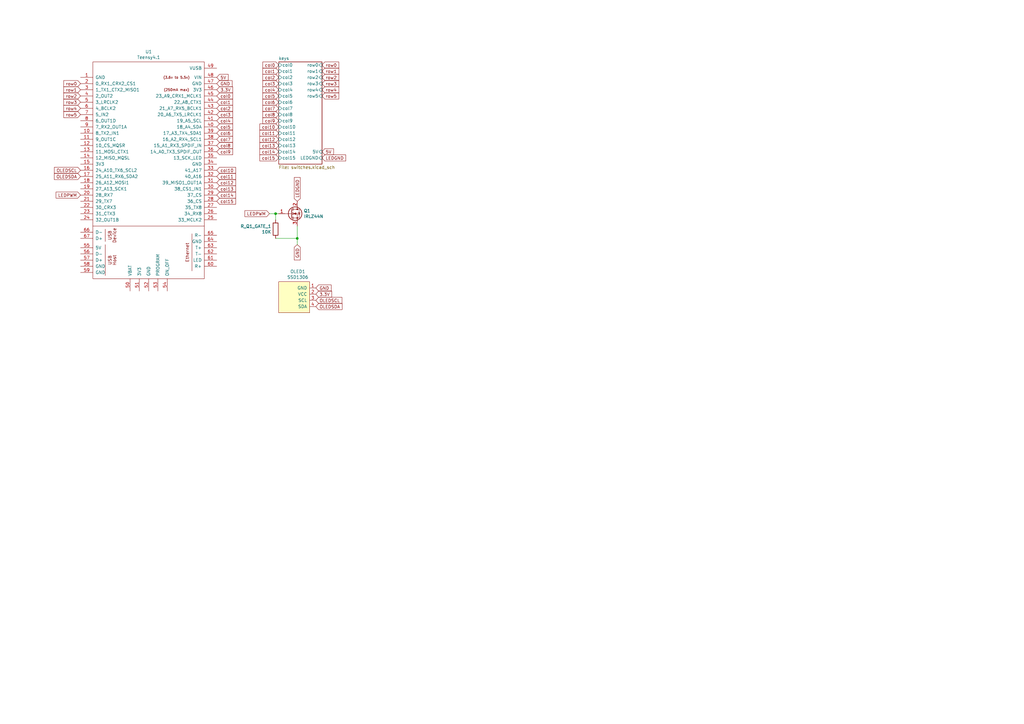
<source format=kicad_sch>
(kicad_sch (version 20230121) (generator eeschema)

  (uuid cbdcaa78-3bbc-413f-91bf-2709119373ce)

  (paper "A3")

  (lib_symbols
    (symbol "00Key-rescue:SSD1306-oled" (pin_names (offset 1.016)) (in_bom yes) (on_board yes)
      (property "Reference" "Brd" (at 0 -3.81 0)
        (effects (font (size 1.27 1.27)))
      )
      (property "Value" "SSD1306-oled" (at 0 -1.27 0)
        (effects (font (size 1.27 1.27)))
      )
      (property "Footprint" "" (at 0 6.35 0)
        (effects (font (size 1.27 1.27)) hide)
      )
      (property "Datasheet" "" (at 0 6.35 0)
        (effects (font (size 1.27 1.27)) hide)
      )
      (property "ki_fp_filters" "SSD1306-128x64_OLED:SSD1306" (at 0 0 0)
        (effects (font (size 1.27 1.27)) hide)
      )
      (symbol "SSD1306-oled_0_1"
        (rectangle (start -6.35 6.35) (end 6.35 -6.35)
          (stroke (width 0) (type default))
          (fill (type background))
        )
      )
      (symbol "SSD1306-oled_1_1"
        (pin input line (at -3.81 8.89 270) (length 2.54)
          (name "GND" (effects (font (size 1.27 1.27))))
          (number "1" (effects (font (size 1.27 1.27))))
        )
        (pin input line (at -1.27 8.89 270) (length 2.54)
          (name "VCC" (effects (font (size 1.27 1.27))))
          (number "2" (effects (font (size 1.27 1.27))))
        )
        (pin input line (at 1.27 8.89 270) (length 2.54)
          (name "SCL" (effects (font (size 1.27 1.27))))
          (number "3" (effects (font (size 1.27 1.27))))
        )
        (pin input line (at 3.81 8.89 270) (length 2.54)
          (name "SDA" (effects (font (size 1.27 1.27))))
          (number "4" (effects (font (size 1.27 1.27))))
        )
      )
    )
    (symbol "00Key-rescue:Teensy4.1-teensy" (pin_names (offset 1.016)) (in_bom yes) (on_board yes)
      (property "Reference" "U" (at 0 64.77 0)
        (effects (font (size 1.27 1.27)))
      )
      (property "Value" "Teensy4.1-teensy" (at 0 62.23 0)
        (effects (font (size 1.27 1.27)))
      )
      (property "Footprint" "" (at -10.16 10.16 0)
        (effects (font (size 1.27 1.27)) hide)
      )
      (property "Datasheet" "" (at -10.16 10.16 0)
        (effects (font (size 1.27 1.27)) hide)
      )
      (symbol "Teensy4.1-teensy_0_0"
        (polyline
          (pts
            (xy -22.86 -6.35)
            (xy 22.86 -6.35)
          )
          (stroke (width 0) (type default))
          (fill (type none))
        )
        (polyline
          (pts
            (xy -17.78 -26.67)
            (xy -17.78 -13.97)
          )
          (stroke (width 0) (type default))
          (fill (type none))
        )
        (polyline
          (pts
            (xy -17.78 -7.62)
            (xy -17.78 -12.7)
          )
          (stroke (width 0) (type default))
          (fill (type none))
        )
        (polyline
          (pts
            (xy 17.78 -9.525)
            (xy 17.78 -24.765)
          )
          (stroke (width 0) (type default))
          (fill (type none))
        )
        (text "(250mA max)" (at 11.43 49.53 0)
          (effects (font (size 1.016 1.016)))
        )
        (text "(3.6v to 5.5v)" (at 11.43 54.61 0)
          (effects (font (size 1.016 1.016)))
        )
        (text "Device" (at -13.97 -10.16 900)
          (effects (font (size 1.27 1.27)))
        )
        (text "Ethernet" (at 15.875 -17.145 900)
          (effects (font (size 1.27 1.27)))
        )
        (text "Host" (at -13.97 -20.32 900)
          (effects (font (size 1.27 1.27)))
        )
        (text "USB" (at -15.875 -20.32 900)
          (effects (font (size 1.27 1.27)))
        )
        (text "USB" (at -15.875 -10.16 900)
          (effects (font (size 1.27 1.27)))
        )
        (pin bidirectional line (at -27.94 31.75 0) (length 5.08)
          (name "8_TX2_IN1" (effects (font (size 1.27 1.27))))
          (number "10" (effects (font (size 1.27 1.27))))
        )
        (pin bidirectional line (at -27.94 29.21 0) (length 5.08)
          (name "9_OUT1C" (effects (font (size 1.27 1.27))))
          (number "11" (effects (font (size 1.27 1.27))))
        )
        (pin bidirectional line (at -27.94 26.67 0) (length 5.08)
          (name "10_CS_MQSR" (effects (font (size 1.27 1.27))))
          (number "12" (effects (font (size 1.27 1.27))))
        )
        (pin bidirectional line (at -27.94 24.13 0) (length 5.08)
          (name "11_MOSI_CTX1" (effects (font (size 1.27 1.27))))
          (number "13" (effects (font (size 1.27 1.27))))
        )
        (pin bidirectional line (at -27.94 21.59 0) (length 5.08)
          (name "12_MISO_MQSL" (effects (font (size 1.27 1.27))))
          (number "14" (effects (font (size 1.27 1.27))))
        )
        (pin power_in line (at -27.94 19.05 0) (length 5.08)
          (name "3V3" (effects (font (size 1.27 1.27))))
          (number "15" (effects (font (size 1.27 1.27))))
        )
        (pin bidirectional line (at -27.94 16.51 0) (length 5.08)
          (name "24_A10_TX6_SCL2" (effects (font (size 1.27 1.27))))
          (number "16" (effects (font (size 1.27 1.27))))
        )
        (pin bidirectional line (at -27.94 13.97 0) (length 5.08)
          (name "25_A11_RX6_SDA2" (effects (font (size 1.27 1.27))))
          (number "17" (effects (font (size 1.27 1.27))))
        )
        (pin bidirectional line (at -27.94 11.43 0) (length 5.08)
          (name "26_A12_MOSI1" (effects (font (size 1.27 1.27))))
          (number "18" (effects (font (size 1.27 1.27))))
        )
        (pin bidirectional line (at -27.94 8.89 0) (length 5.08)
          (name "27_A13_SCK1" (effects (font (size 1.27 1.27))))
          (number "19" (effects (font (size 1.27 1.27))))
        )
        (pin bidirectional line (at -27.94 6.35 0) (length 5.08)
          (name "28_RX7" (effects (font (size 1.27 1.27))))
          (number "20" (effects (font (size 1.27 1.27))))
        )
        (pin bidirectional line (at -27.94 3.81 0) (length 5.08)
          (name "29_TX7" (effects (font (size 1.27 1.27))))
          (number "21" (effects (font (size 1.27 1.27))))
        )
        (pin bidirectional line (at -27.94 1.27 0) (length 5.08)
          (name "30_CRX3" (effects (font (size 1.27 1.27))))
          (number "22" (effects (font (size 1.27 1.27))))
        )
        (pin bidirectional line (at -27.94 -1.27 0) (length 5.08)
          (name "31_CTX3" (effects (font (size 1.27 1.27))))
          (number "23" (effects (font (size 1.27 1.27))))
        )
        (pin bidirectional line (at -27.94 -3.81 0) (length 5.08)
          (name "32_OUT1B" (effects (font (size 1.27 1.27))))
          (number "24" (effects (font (size 1.27 1.27))))
        )
        (pin bidirectional line (at 27.94 -3.81 180) (length 5.08)
          (name "33_MCLK2" (effects (font (size 1.27 1.27))))
          (number "25" (effects (font (size 1.27 1.27))))
        )
        (pin bidirectional line (at 27.94 -1.27 180) (length 5.08)
          (name "34_RX8" (effects (font (size 1.27 1.27))))
          (number "26" (effects (font (size 1.27 1.27))))
        )
        (pin bidirectional line (at 27.94 1.27 180) (length 5.08)
          (name "35_TX8" (effects (font (size 1.27 1.27))))
          (number "27" (effects (font (size 1.27 1.27))))
        )
        (pin bidirectional line (at 27.94 3.81 180) (length 5.08)
          (name "36_CS" (effects (font (size 1.27 1.27))))
          (number "28" (effects (font (size 1.27 1.27))))
        )
        (pin bidirectional line (at 27.94 6.35 180) (length 5.08)
          (name "37_CS" (effects (font (size 1.27 1.27))))
          (number "29" (effects (font (size 1.27 1.27))))
        )
        (pin bidirectional line (at 27.94 8.89 180) (length 5.08)
          (name "38_CS1_IN1" (effects (font (size 1.27 1.27))))
          (number "30" (effects (font (size 1.27 1.27))))
        )
        (pin bidirectional line (at 27.94 11.43 180) (length 5.08)
          (name "39_MISO1_OUT1A" (effects (font (size 1.27 1.27))))
          (number "31" (effects (font (size 1.27 1.27))))
        )
        (pin bidirectional line (at 27.94 13.97 180) (length 5.08)
          (name "40_A16" (effects (font (size 1.27 1.27))))
          (number "32" (effects (font (size 1.27 1.27))))
        )
        (pin bidirectional line (at 27.94 16.51 180) (length 5.08)
          (name "41_A17" (effects (font (size 1.27 1.27))))
          (number "33" (effects (font (size 1.27 1.27))))
        )
        (pin bidirectional line (at 27.94 21.59 180) (length 5.08)
          (name "13_SCK_LED" (effects (font (size 1.27 1.27))))
          (number "35" (effects (font (size 1.27 1.27))))
        )
        (pin bidirectional line (at 27.94 24.13 180) (length 5.08)
          (name "14_A0_TX3_SPDIF_OUT" (effects (font (size 1.27 1.27))))
          (number "36" (effects (font (size 1.27 1.27))))
        )
        (pin bidirectional line (at 27.94 26.67 180) (length 5.08)
          (name "15_A1_RX3_SPDIF_IN" (effects (font (size 1.27 1.27))))
          (number "37" (effects (font (size 1.27 1.27))))
        )
        (pin bidirectional line (at 27.94 29.21 180) (length 5.08)
          (name "16_A2_RX4_SCL1" (effects (font (size 1.27 1.27))))
          (number "38" (effects (font (size 1.27 1.27))))
        )
        (pin bidirectional line (at 27.94 31.75 180) (length 5.08)
          (name "17_A3_TX4_SDA1" (effects (font (size 1.27 1.27))))
          (number "39" (effects (font (size 1.27 1.27))))
        )
        (pin bidirectional line (at 27.94 34.29 180) (length 5.08)
          (name "18_A4_SDA" (effects (font (size 1.27 1.27))))
          (number "40" (effects (font (size 1.27 1.27))))
        )
        (pin bidirectional line (at 27.94 36.83 180) (length 5.08)
          (name "19_A5_SCL" (effects (font (size 1.27 1.27))))
          (number "41" (effects (font (size 1.27 1.27))))
        )
        (pin bidirectional line (at 27.94 39.37 180) (length 5.08)
          (name "20_A6_TX5_LRCLK1" (effects (font (size 1.27 1.27))))
          (number "42" (effects (font (size 1.27 1.27))))
        )
        (pin bidirectional line (at 27.94 41.91 180) (length 5.08)
          (name "21_A7_RX5_BCLK1" (effects (font (size 1.27 1.27))))
          (number "43" (effects (font (size 1.27 1.27))))
        )
        (pin bidirectional line (at 27.94 44.45 180) (length 5.08)
          (name "22_A8_CTX1" (effects (font (size 1.27 1.27))))
          (number "44" (effects (font (size 1.27 1.27))))
        )
        (pin bidirectional line (at 27.94 46.99 180) (length 5.08)
          (name "23_A9_CRX1_MCLK1" (effects (font (size 1.27 1.27))))
          (number "45" (effects (font (size 1.27 1.27))))
        )
        (pin power_in line (at 27.94 49.53 180) (length 5.08)
          (name "3V3" (effects (font (size 1.27 1.27))))
          (number "46" (effects (font (size 1.27 1.27))))
        )
        (pin power_in line (at 27.94 52.07 180) (length 5.08)
          (name "GND" (effects (font (size 1.27 1.27))))
          (number "47" (effects (font (size 1.27 1.27))))
        )
        (pin power_in line (at 27.94 54.61 180) (length 5.08)
          (name "VIN" (effects (font (size 1.27 1.27))))
          (number "48" (effects (font (size 1.27 1.27))))
        )
        (pin power_out line (at 27.94 58.42 180) (length 5.08)
          (name "VUSB" (effects (font (size 1.27 1.27))))
          (number "49" (effects (font (size 1.27 1.27))))
        )
        (pin bidirectional line (at -27.94 44.45 0) (length 5.08)
          (name "3_LRCLK2" (effects (font (size 1.27 1.27))))
          (number "5" (effects (font (size 1.27 1.27))))
        )
        (pin power_in line (at -7.62 -33.02 90) (length 5.08)
          (name "VBAT" (effects (font (size 1.27 1.27))))
          (number "50" (effects (font (size 1.27 1.27))))
        )
        (pin power_in line (at -3.81 -33.02 90) (length 5.08)
          (name "3V3" (effects (font (size 1.27 1.27))))
          (number "51" (effects (font (size 1.27 1.27))))
        )
        (pin power_out line (at 0 -33.02 90) (length 5.08)
          (name "GND" (effects (font (size 1.27 1.27))))
          (number "52" (effects (font (size 1.27 1.27))))
        )
        (pin input line (at 3.81 -33.02 90) (length 5.08)
          (name "PROGRAM" (effects (font (size 1.27 1.27))))
          (number "53" (effects (font (size 1.27 1.27))))
        )
        (pin input line (at 7.62 -33.02 90) (length 5.08)
          (name "ON_OFF" (effects (font (size 1.27 1.27))))
          (number "54" (effects (font (size 1.27 1.27))))
        )
        (pin power_out line (at -27.94 -15.24 0) (length 5.08)
          (name "5V" (effects (font (size 1.27 1.27))))
          (number "55" (effects (font (size 1.27 1.27))))
        )
        (pin bidirectional line (at -27.94 -17.78 0) (length 5.08)
          (name "D-" (effects (font (size 1.27 1.27))))
          (number "56" (effects (font (size 1.27 1.27))))
        )
        (pin bidirectional line (at -27.94 -20.32 0) (length 5.08)
          (name "D+" (effects (font (size 1.27 1.27))))
          (number "57" (effects (font (size 1.27 1.27))))
        )
        (pin power_in line (at -27.94 -22.86 0) (length 5.08)
          (name "GND" (effects (font (size 1.27 1.27))))
          (number "58" (effects (font (size 1.27 1.27))))
        )
        (pin power_in line (at -27.94 -25.4 0) (length 5.08)
          (name "GND" (effects (font (size 1.27 1.27))))
          (number "59" (effects (font (size 1.27 1.27))))
        )
        (pin bidirectional line (at -27.94 41.91 0) (length 5.08)
          (name "4_BCLK2" (effects (font (size 1.27 1.27))))
          (number "6" (effects (font (size 1.27 1.27))))
        )
        (pin bidirectional line (at 27.94 -22.86 180) (length 5.08)
          (name "R+" (effects (font (size 1.27 1.27))))
          (number "60" (effects (font (size 1.27 1.27))))
        )
        (pin bidirectional line (at 27.94 -20.32 180) (length 5.08)
          (name "LED" (effects (font (size 1.27 1.27))))
          (number "61" (effects (font (size 1.27 1.27))))
        )
        (pin bidirectional line (at 27.94 -17.78 180) (length 5.08)
          (name "T-" (effects (font (size 1.27 1.27))))
          (number "62" (effects (font (size 1.27 1.27))))
        )
        (pin bidirectional line (at 27.94 -15.24 180) (length 5.08)
          (name "T+" (effects (font (size 1.27 1.27))))
          (number "63" (effects (font (size 1.27 1.27))))
        )
        (pin power_in line (at 27.94 -12.7 180) (length 5.08)
          (name "GND" (effects (font (size 1.27 1.27))))
          (number "64" (effects (font (size 1.27 1.27))))
        )
        (pin bidirectional line (at 27.94 -10.16 180) (length 5.08)
          (name "R-" (effects (font (size 1.27 1.27))))
          (number "65" (effects (font (size 1.27 1.27))))
        )
        (pin bidirectional line (at -27.94 -8.89 0) (length 5.08)
          (name "D-" (effects (font (size 1.27 1.27))))
          (number "66" (effects (font (size 1.27 1.27))))
        )
        (pin bidirectional line (at -27.94 -11.43 0) (length 5.08)
          (name "D+" (effects (font (size 1.27 1.27))))
          (number "67" (effects (font (size 1.27 1.27))))
        )
        (pin bidirectional line (at -27.94 39.37 0) (length 5.08)
          (name "5_IN2" (effects (font (size 1.27 1.27))))
          (number "7" (effects (font (size 1.27 1.27))))
        )
        (pin bidirectional line (at -27.94 36.83 0) (length 5.08)
          (name "6_OUT1D" (effects (font (size 1.27 1.27))))
          (number "8" (effects (font (size 1.27 1.27))))
        )
        (pin bidirectional line (at -27.94 34.29 0) (length 5.08)
          (name "7_RX2_OUT1A" (effects (font (size 1.27 1.27))))
          (number "9" (effects (font (size 1.27 1.27))))
        )
      )
      (symbol "Teensy4.1-teensy_0_1"
        (rectangle (start -22.86 60.96) (end 22.86 -27.94)
          (stroke (width 0) (type default))
          (fill (type none))
        )
        (rectangle (start -20.32 -1.27) (end -20.32 -1.27)
          (stroke (width 0) (type default))
          (fill (type none))
        )
      )
      (symbol "Teensy4.1-teensy_1_1"
        (pin power_in line (at -27.94 54.61 0) (length 5.08)
          (name "GND" (effects (font (size 1.27 1.27))))
          (number "1" (effects (font (size 1.27 1.27))))
        )
        (pin bidirectional line (at -27.94 52.07 0) (length 5.08)
          (name "0_RX1_CRX2_CS1" (effects (font (size 1.27 1.27))))
          (number "2" (effects (font (size 1.27 1.27))))
        )
        (pin bidirectional line (at -27.94 49.53 0) (length 5.08)
          (name "1_TX1_CTX2_MISO1" (effects (font (size 1.27 1.27))))
          (number "3" (effects (font (size 1.27 1.27))))
        )
        (pin power_in line (at 27.94 19.05 180) (length 5.08)
          (name "GND" (effects (font (size 1.27 1.27))))
          (number "34" (effects (font (size 1.27 1.27))))
        )
        (pin bidirectional line (at -27.94 46.99 0) (length 5.08)
          (name "2_OUT2" (effects (font (size 1.27 1.27))))
          (number "4" (effects (font (size 1.27 1.27))))
        )
      )
    )
    (symbol "Device:R" (pin_numbers hide) (pin_names (offset 0)) (in_bom yes) (on_board yes)
      (property "Reference" "R" (at 2.032 0 90)
        (effects (font (size 1.27 1.27)))
      )
      (property "Value" "R" (at 0 0 90)
        (effects (font (size 1.27 1.27)))
      )
      (property "Footprint" "" (at -1.778 0 90)
        (effects (font (size 1.27 1.27)) hide)
      )
      (property "Datasheet" "~" (at 0 0 0)
        (effects (font (size 1.27 1.27)) hide)
      )
      (property "ki_keywords" "R res resistor" (at 0 0 0)
        (effects (font (size 1.27 1.27)) hide)
      )
      (property "ki_description" "Resistor" (at 0 0 0)
        (effects (font (size 1.27 1.27)) hide)
      )
      (property "ki_fp_filters" "R_*" (at 0 0 0)
        (effects (font (size 1.27 1.27)) hide)
      )
      (symbol "R_0_1"
        (rectangle (start -1.016 -2.54) (end 1.016 2.54)
          (stroke (width 0.254) (type default))
          (fill (type none))
        )
      )
      (symbol "R_1_1"
        (pin passive line (at 0 3.81 270) (length 1.27)
          (name "~" (effects (font (size 1.27 1.27))))
          (number "1" (effects (font (size 1.27 1.27))))
        )
        (pin passive line (at 0 -3.81 90) (length 1.27)
          (name "~" (effects (font (size 1.27 1.27))))
          (number "2" (effects (font (size 1.27 1.27))))
        )
      )
    )
    (symbol "Transistor_FET:IRLZ44N" (pin_names hide) (in_bom yes) (on_board yes)
      (property "Reference" "Q" (at 6.35 1.905 0)
        (effects (font (size 1.27 1.27)) (justify left))
      )
      (property "Value" "IRLZ44N" (at 6.35 0 0)
        (effects (font (size 1.27 1.27)) (justify left))
      )
      (property "Footprint" "Package_TO_SOT_THT:TO-220-3_Vertical" (at 6.35 -1.905 0)
        (effects (font (size 1.27 1.27) italic) (justify left) hide)
      )
      (property "Datasheet" "http://www.irf.com/product-info/datasheets/data/irlz44n.pdf" (at 0 0 0)
        (effects (font (size 1.27 1.27)) (justify left) hide)
      )
      (property "ki_keywords" "N-Channel HEXFET MOSFET Logic-Level" (at 0 0 0)
        (effects (font (size 1.27 1.27)) hide)
      )
      (property "ki_description" "47A Id, 55V Vds, 22mOhm Rds Single N-Channel HEXFET Power MOSFET, TO-220AB" (at 0 0 0)
        (effects (font (size 1.27 1.27)) hide)
      )
      (property "ki_fp_filters" "TO?220*" (at 0 0 0)
        (effects (font (size 1.27 1.27)) hide)
      )
      (symbol "IRLZ44N_0_1"
        (polyline
          (pts
            (xy 0.254 0)
            (xy -2.54 0)
          )
          (stroke (width 0) (type default))
          (fill (type none))
        )
        (polyline
          (pts
            (xy 0.254 1.905)
            (xy 0.254 -1.905)
          )
          (stroke (width 0.254) (type default))
          (fill (type none))
        )
        (polyline
          (pts
            (xy 0.762 -1.27)
            (xy 0.762 -2.286)
          )
          (stroke (width 0.254) (type default))
          (fill (type none))
        )
        (polyline
          (pts
            (xy 0.762 0.508)
            (xy 0.762 -0.508)
          )
          (stroke (width 0.254) (type default))
          (fill (type none))
        )
        (polyline
          (pts
            (xy 0.762 2.286)
            (xy 0.762 1.27)
          )
          (stroke (width 0.254) (type default))
          (fill (type none))
        )
        (polyline
          (pts
            (xy 2.54 2.54)
            (xy 2.54 1.778)
          )
          (stroke (width 0) (type default))
          (fill (type none))
        )
        (polyline
          (pts
            (xy 2.54 -2.54)
            (xy 2.54 0)
            (xy 0.762 0)
          )
          (stroke (width 0) (type default))
          (fill (type none))
        )
        (polyline
          (pts
            (xy 0.762 -1.778)
            (xy 3.302 -1.778)
            (xy 3.302 1.778)
            (xy 0.762 1.778)
          )
          (stroke (width 0) (type default))
          (fill (type none))
        )
        (polyline
          (pts
            (xy 1.016 0)
            (xy 2.032 0.381)
            (xy 2.032 -0.381)
            (xy 1.016 0)
          )
          (stroke (width 0) (type default))
          (fill (type outline))
        )
        (polyline
          (pts
            (xy 2.794 0.508)
            (xy 2.921 0.381)
            (xy 3.683 0.381)
            (xy 3.81 0.254)
          )
          (stroke (width 0) (type default))
          (fill (type none))
        )
        (polyline
          (pts
            (xy 3.302 0.381)
            (xy 2.921 -0.254)
            (xy 3.683 -0.254)
            (xy 3.302 0.381)
          )
          (stroke (width 0) (type default))
          (fill (type none))
        )
        (circle (center 1.651 0) (radius 2.794)
          (stroke (width 0.254) (type default))
          (fill (type none))
        )
        (circle (center 2.54 -1.778) (radius 0.254)
          (stroke (width 0) (type default))
          (fill (type outline))
        )
        (circle (center 2.54 1.778) (radius 0.254)
          (stroke (width 0) (type default))
          (fill (type outline))
        )
      )
      (symbol "IRLZ44N_1_1"
        (pin input line (at -5.08 0 0) (length 2.54)
          (name "G" (effects (font (size 1.27 1.27))))
          (number "1" (effects (font (size 1.27 1.27))))
        )
        (pin passive line (at 2.54 5.08 270) (length 2.54)
          (name "D" (effects (font (size 1.27 1.27))))
          (number "2" (effects (font (size 1.27 1.27))))
        )
        (pin passive line (at 2.54 -5.08 90) (length 2.54)
          (name "S" (effects (font (size 1.27 1.27))))
          (number "3" (effects (font (size 1.27 1.27))))
        )
      )
    )
  )

  (junction (at 121.92 97.79) (diameter 0) (color 0 0 0 0)
    (uuid 182b2d54-931d-49d6-9f39-60a752623e36)
  )
  (junction (at 113.03 87.63) (diameter 0) (color 0 0 0 0)
    (uuid e6b860cc-cb76-4220-acfb-68f1eb348bfa)
  )

  (wire (pts (xy 121.92 97.79) (xy 121.92 100.33))
    (stroke (width 0) (type default))
    (uuid 5114c7bf-b955-49f3-a0a8-4b954c81bde0)
  )
  (wire (pts (xy 110.49 87.63) (xy 113.03 87.63))
    (stroke (width 0) (type default))
    (uuid 6595b9c7-02ee-4647-bde5-6b566e35163e)
  )
  (wire (pts (xy 113.03 87.63) (xy 113.03 90.17))
    (stroke (width 0) (type default))
    (uuid 789ca812-3e0c-4a3f-97bc-a916dd9bce80)
  )
  (wire (pts (xy 121.92 92.71) (xy 121.92 97.79))
    (stroke (width 0) (type default))
    (uuid a17904b9-135e-4dae-ae20-401c7787de72)
  )
  (wire (pts (xy 113.03 87.63) (xy 114.3 87.63))
    (stroke (width 0) (type default))
    (uuid cdfb07af-801b-44ba-8c30-d021a6ad3039)
  )
  (wire (pts (xy 113.03 97.79) (xy 121.92 97.79))
    (stroke (width 0) (type default))
    (uuid f202141e-c20d-4cac-b016-06a44f2ecce8)
  )

  (global_label "col6" (shape input) (at 114.3 41.91 180) (fields_autoplaced)
    (effects (font (size 1.27 1.27)) (justify right))
    (uuid 003c2200-0632-4808-a662-8ddd5d30c768)
    (property "Intersheetrefs" "${INTERSHEET_REFS}" (at 107.9361 41.91 0)
      (effects (font (size 1.27 1.27)) (justify right) hide)
    )
  )
  (global_label "LEDGND" (shape input) (at 132.08 64.77 0) (fields_autoplaced)
    (effects (font (size 1.27 1.27)) (justify left))
    (uuid 01e9b6e7-adf9-4ee7-9447-a588630ee4a2)
    (property "Intersheetrefs" "${INTERSHEET_REFS}" (at 141.6492 64.77 0)
      (effects (font (size 1.27 1.27)) (justify left) hide)
    )
  )
  (global_label "col11" (shape input) (at 88.9 72.39 0) (fields_autoplaced)
    (effects (font (size 1.27 1.27)) (justify left))
    (uuid 03c52831-5dc5-43c5-a442-8d23643b46fb)
    (property "Intersheetrefs" "${INTERSHEET_REFS}" (at 96.4734 72.39 0)
      (effects (font (size 1.27 1.27)) (justify left) hide)
    )
  )
  (global_label "OLEDSCL" (shape input) (at 129.54 123.19 0) (fields_autoplaced)
    (effects (font (size 1.27 1.27)) (justify left))
    (uuid 0c3dceba-7c95-4b3d-b590-0eb581444beb)
    (property "Intersheetrefs" "${INTERSHEET_REFS}" (at 140.0768 123.19 0)
      (effects (font (size 1.27 1.27)) (justify left) hide)
    )
  )
  (global_label "OLEDSCL" (shape input) (at 33.02 69.85 180) (fields_autoplaced)
    (effects (font (size 1.27 1.27)) (justify right))
    (uuid 0f54db53-a272-4955-88fb-d7ab00657bb0)
    (property "Intersheetrefs" "${INTERSHEET_REFS}" (at 22.4832 69.85 0)
      (effects (font (size 1.27 1.27)) (justify right) hide)
    )
  )
  (global_label "col6" (shape input) (at 88.9 54.61 0) (fields_autoplaced)
    (effects (font (size 1.27 1.27)) (justify left))
    (uuid 181abe7a-f941-42b6-bd46-aaa3131f90fb)
    (property "Intersheetrefs" "${INTERSHEET_REFS}" (at 95.2639 54.61 0)
      (effects (font (size 1.27 1.27)) (justify left) hide)
    )
  )
  (global_label "col8" (shape input) (at 88.9 59.69 0) (fields_autoplaced)
    (effects (font (size 1.27 1.27)) (justify left))
    (uuid 1831fb37-1c5d-42c4-b898-151be6fca9dc)
    (property "Intersheetrefs" "${INTERSHEET_REFS}" (at 95.2639 59.69 0)
      (effects (font (size 1.27 1.27)) (justify left) hide)
    )
  )
  (global_label "row2" (shape input) (at 33.02 39.37 180) (fields_autoplaced)
    (effects (font (size 1.27 1.27)) (justify right))
    (uuid 1a1ab354-5f85-45f9-938c-9f6c4c8c3ea2)
    (property "Intersheetrefs" "${INTERSHEET_REFS}" (at 26.2932 39.37 0)
      (effects (font (size 1.27 1.27)) (justify right) hide)
    )
  )
  (global_label "col13" (shape input) (at 114.3 59.69 180) (fields_autoplaced)
    (effects (font (size 1.27 1.27)) (justify right))
    (uuid 1d9cdadc-9036-4a95-b6db-fa7b3b74c869)
    (property "Intersheetrefs" "${INTERSHEET_REFS}" (at 106.7266 59.69 0)
      (effects (font (size 1.27 1.27)) (justify right) hide)
    )
  )
  (global_label "col14" (shape input) (at 114.3 62.23 180) (fields_autoplaced)
    (effects (font (size 1.27 1.27)) (justify right))
    (uuid 24f7628d-681d-4f0e-8409-40a129e929d9)
    (property "Intersheetrefs" "${INTERSHEET_REFS}" (at 106.7266 62.23 0)
      (effects (font (size 1.27 1.27)) (justify right) hide)
    )
  )
  (global_label "LEDPWM" (shape input) (at 110.49 87.63 180) (fields_autoplaced)
    (effects (font (size 1.27 1.27)) (justify right))
    (uuid 25d545dc-8f50-4573-922c-35ef5a2a3a19)
    (property "Intersheetrefs" "${INTERSHEET_REFS}" (at 100.6185 87.63 0)
      (effects (font (size 1.27 1.27)) (justify right) hide)
    )
  )
  (global_label "col12" (shape input) (at 88.9 74.93 0) (fields_autoplaced)
    (effects (font (size 1.27 1.27)) (justify left))
    (uuid 29e78086-2175-405e-9ba3-c48766d2f50c)
    (property "Intersheetrefs" "${INTERSHEET_REFS}" (at 96.4734 74.93 0)
      (effects (font (size 1.27 1.27)) (justify left) hide)
    )
  )
  (global_label "col10" (shape input) (at 114.3 52.07 180) (fields_autoplaced)
    (effects (font (size 1.27 1.27)) (justify right))
    (uuid 2f215f15-3d52-4c91-93e6-3ea03a95622f)
    (property "Intersheetrefs" "${INTERSHEET_REFS}" (at 106.7266 52.07 0)
      (effects (font (size 1.27 1.27)) (justify right) hide)
    )
  )
  (global_label "row4" (shape input) (at 33.02 44.45 180) (fields_autoplaced)
    (effects (font (size 1.27 1.27)) (justify right))
    (uuid 3aaee4c4-dbf7-49a5-a620-9465d8cc3ae7)
    (property "Intersheetrefs" "${INTERSHEET_REFS}" (at 26.2932 44.45 0)
      (effects (font (size 1.27 1.27)) (justify right) hide)
    )
  )
  (global_label "col10" (shape input) (at 88.9 69.85 0) (fields_autoplaced)
    (effects (font (size 1.27 1.27)) (justify left))
    (uuid 3cd1bda0-18db-417d-b581-a0c50623df68)
    (property "Intersheetrefs" "${INTERSHEET_REFS}" (at 96.4734 69.85 0)
      (effects (font (size 1.27 1.27)) (justify left) hide)
    )
  )
  (global_label "col3" (shape input) (at 88.9 46.99 0) (fields_autoplaced)
    (effects (font (size 1.27 1.27)) (justify left))
    (uuid 48ab88d7-7084-4d02-b109-3ad55a30bb11)
    (property "Intersheetrefs" "${INTERSHEET_REFS}" (at 95.2639 46.99 0)
      (effects (font (size 1.27 1.27)) (justify left) hide)
    )
  )
  (global_label "col4" (shape input) (at 114.3 36.83 180) (fields_autoplaced)
    (effects (font (size 1.27 1.27)) (justify right))
    (uuid 4a4ec8d9-3d72-4952-83d4-808f65849a2b)
    (property "Intersheetrefs" "${INTERSHEET_REFS}" (at 107.9361 36.83 0)
      (effects (font (size 1.27 1.27)) (justify right) hide)
    )
  )
  (global_label "col13" (shape input) (at 88.9 77.47 0) (fields_autoplaced)
    (effects (font (size 1.27 1.27)) (justify left))
    (uuid 4c8eb964-bdf4-44de-90e9-e2ab82dd5313)
    (property "Intersheetrefs" "${INTERSHEET_REFS}" (at 96.4734 77.47 0)
      (effects (font (size 1.27 1.27)) (justify left) hide)
    )
  )
  (global_label "col0" (shape input) (at 88.9 39.37 0) (fields_autoplaced)
    (effects (font (size 1.27 1.27)) (justify left))
    (uuid 5fc27c35-3e1c-4f96-817c-93b5570858a6)
    (property "Intersheetrefs" "${INTERSHEET_REFS}" (at 95.2639 39.37 0)
      (effects (font (size 1.27 1.27)) (justify left) hide)
    )
  )
  (global_label "3.3V" (shape input) (at 88.9 36.83 0) (fields_autoplaced)
    (effects (font (size 1.27 1.27)) (justify left))
    (uuid 639c0e59-e95c-4114-bccd-2e7277505454)
    (property "Intersheetrefs" "${INTERSHEET_REFS}" (at 95.264 36.83 0)
      (effects (font (size 1.27 1.27)) (justify left) hide)
    )
  )
  (global_label "LEDPWM" (shape input) (at 33.02 80.01 180) (fields_autoplaced)
    (effects (font (size 1.27 1.27)) (justify right))
    (uuid 6441b183-b8f2-458f-a23d-60e2b1f66dd6)
    (property "Intersheetrefs" "${INTERSHEET_REFS}" (at 23.1485 80.01 0)
      (effects (font (size 1.27 1.27)) (justify right) hide)
    )
  )
  (global_label "col1" (shape input) (at 114.3 29.21 180) (fields_autoplaced)
    (effects (font (size 1.27 1.27)) (justify right))
    (uuid 66043bca-a260-4915-9fce-8a51d324c687)
    (property "Intersheetrefs" "${INTERSHEET_REFS}" (at 107.9361 29.21 0)
      (effects (font (size 1.27 1.27)) (justify right) hide)
    )
  )
  (global_label "row0" (shape input) (at 33.02 34.29 180) (fields_autoplaced)
    (effects (font (size 1.27 1.27)) (justify right))
    (uuid 666713b0-70f4-42df-8761-f65bc212d03b)
    (property "Intersheetrefs" "${INTERSHEET_REFS}" (at 26.2932 34.29 0)
      (effects (font (size 1.27 1.27)) (justify right) hide)
    )
  )
  (global_label "col1" (shape input) (at 88.9 41.91 0) (fields_autoplaced)
    (effects (font (size 1.27 1.27)) (justify left))
    (uuid 6a45789b-3855-401f-8139-3c734f7f52f9)
    (property "Intersheetrefs" "${INTERSHEET_REFS}" (at 95.2639 41.91 0)
      (effects (font (size 1.27 1.27)) (justify left) hide)
    )
  )
  (global_label "col5" (shape input) (at 88.9 52.07 0) (fields_autoplaced)
    (effects (font (size 1.27 1.27)) (justify left))
    (uuid 704d6d51-bb34-4cbf-83d8-841e208048d8)
    (property "Intersheetrefs" "${INTERSHEET_REFS}" (at 95.2639 52.07 0)
      (effects (font (size 1.27 1.27)) (justify left) hide)
    )
  )
  (global_label "col2" (shape input) (at 88.9 44.45 0) (fields_autoplaced)
    (effects (font (size 1.27 1.27)) (justify left))
    (uuid 716e31c5-485f-40b5-88e3-a75900da9811)
    (property "Intersheetrefs" "${INTERSHEET_REFS}" (at 95.2639 44.45 0)
      (effects (font (size 1.27 1.27)) (justify left) hide)
    )
  )
  (global_label "3.3V" (shape input) (at 129.54 120.65 0) (fields_autoplaced)
    (effects (font (size 1.27 1.27)) (justify left))
    (uuid 730b670c-9bcf-4dcd-9a8d-fcaa61fb0955)
    (property "Intersheetrefs" "${INTERSHEET_REFS}" (at 135.904 120.65 0)
      (effects (font (size 1.27 1.27)) (justify left) hide)
    )
  )
  (global_label "col15" (shape input) (at 114.3 64.77 180) (fields_autoplaced)
    (effects (font (size 1.27 1.27)) (justify right))
    (uuid 75ffc65c-7132-4411-9f2a-ae0c73d79338)
    (property "Intersheetrefs" "${INTERSHEET_REFS}" (at 106.7266 64.77 0)
      (effects (font (size 1.27 1.27)) (justify right) hide)
    )
  )
  (global_label "col2" (shape input) (at 114.3 31.75 180) (fields_autoplaced)
    (effects (font (size 1.27 1.27)) (justify right))
    (uuid 7bbf981c-a063-4e30-8911-e4228e1c0743)
    (property "Intersheetrefs" "${INTERSHEET_REFS}" (at 107.9361 31.75 0)
      (effects (font (size 1.27 1.27)) (justify right) hide)
    )
  )
  (global_label "row2" (shape input) (at 132.08 31.75 0) (fields_autoplaced)
    (effects (font (size 1.27 1.27)) (justify left))
    (uuid 7d34f6b1-ab31-49be-b011-c67fe67a8a56)
    (property "Intersheetrefs" "${INTERSHEET_REFS}" (at 138.8068 31.75 0)
      (effects (font (size 1.27 1.27)) (justify left) hide)
    )
  )
  (global_label "GND" (shape input) (at 129.54 118.11 0) (fields_autoplaced)
    (effects (font (size 1.27 1.27)) (justify left))
    (uuid 7d928d56-093a-4ca8-aed1-414b7e703b45)
    (property "Intersheetrefs" "${INTERSHEET_REFS}" (at 135.6621 118.11 0)
      (effects (font (size 1.27 1.27)) (justify left) hide)
    )
  )
  (global_label "row4" (shape input) (at 132.08 36.83 0) (fields_autoplaced)
    (effects (font (size 1.27 1.27)) (justify left))
    (uuid 7e023245-2c2b-4e2b-bfb9-5d35176e88f2)
    (property "Intersheetrefs" "${INTERSHEET_REFS}" (at 138.8068 36.83 0)
      (effects (font (size 1.27 1.27)) (justify left) hide)
    )
  )
  (global_label "col3" (shape input) (at 114.3 34.29 180) (fields_autoplaced)
    (effects (font (size 1.27 1.27)) (justify right))
    (uuid 7edc9030-db7b-43ac-a1b3-b87eeacb4c2d)
    (property "Intersheetrefs" "${INTERSHEET_REFS}" (at 107.9361 34.29 0)
      (effects (font (size 1.27 1.27)) (justify right) hide)
    )
  )
  (global_label "GND" (shape input) (at 121.92 100.33 270) (fields_autoplaced)
    (effects (font (size 1.27 1.27)) (justify right))
    (uuid 8c514922-ffe1-4e37-a260-e807409f2e0d)
    (property "Intersheetrefs" "${INTERSHEET_REFS}" (at 121.92 106.4521 90)
      (effects (font (size 1.27 1.27)) (justify right) hide)
    )
  )
  (global_label "row0" (shape input) (at 132.08 26.67 0) (fields_autoplaced)
    (effects (font (size 1.27 1.27)) (justify left))
    (uuid 8c6a821f-8e19-48f3-8f44-9b340f7689bc)
    (property "Intersheetrefs" "${INTERSHEET_REFS}" (at 138.8068 26.67 0)
      (effects (font (size 1.27 1.27)) (justify left) hide)
    )
  )
  (global_label "row3" (shape input) (at 132.08 34.29 0) (fields_autoplaced)
    (effects (font (size 1.27 1.27)) (justify left))
    (uuid 8e06ba1f-e3ba-4eb9-a10e-887dffd566d6)
    (property "Intersheetrefs" "${INTERSHEET_REFS}" (at 138.8068 34.29 0)
      (effects (font (size 1.27 1.27)) (justify left) hide)
    )
  )
  (global_label "row1" (shape input) (at 33.02 36.83 180) (fields_autoplaced)
    (effects (font (size 1.27 1.27)) (justify right))
    (uuid 9157f4ae-0244-4ff1-9f73-3cb4cbb5f280)
    (property "Intersheetrefs" "${INTERSHEET_REFS}" (at 26.2932 36.83 0)
      (effects (font (size 1.27 1.27)) (justify right) hide)
    )
  )
  (global_label "row5" (shape input) (at 33.02 46.99 180) (fields_autoplaced)
    (effects (font (size 1.27 1.27)) (justify right))
    (uuid 97fe9c60-586f-4895-8504-4d3729f5f81a)
    (property "Intersheetrefs" "${INTERSHEET_REFS}" (at 26.2932 46.99 0)
      (effects (font (size 1.27 1.27)) (justify right) hide)
    )
  )
  (global_label "col7" (shape input) (at 114.3 44.45 180) (fields_autoplaced)
    (effects (font (size 1.27 1.27)) (justify right))
    (uuid 9b0a1687-7e1b-4a04-a30b-c27a072a2949)
    (property "Intersheetrefs" "${INTERSHEET_REFS}" (at 107.9361 44.45 0)
      (effects (font (size 1.27 1.27)) (justify right) hide)
    )
  )
  (global_label "col14" (shape input) (at 88.9 80.01 0) (fields_autoplaced)
    (effects (font (size 1.27 1.27)) (justify left))
    (uuid 9bb20359-0f8b-45bc-9d38-6626ed3a939d)
    (property "Intersheetrefs" "${INTERSHEET_REFS}" (at 96.4734 80.01 0)
      (effects (font (size 1.27 1.27)) (justify left) hide)
    )
  )
  (global_label "col8" (shape input) (at 114.3 46.99 180) (fields_autoplaced)
    (effects (font (size 1.27 1.27)) (justify right))
    (uuid 9e1b837f-0d34-4a18-9644-9ee68f141f46)
    (property "Intersheetrefs" "${INTERSHEET_REFS}" (at 107.9361 46.99 0)
      (effects (font (size 1.27 1.27)) (justify right) hide)
    )
  )
  (global_label "5V" (shape input) (at 88.9 31.75 0) (fields_autoplaced)
    (effects (font (size 1.27 1.27)) (justify left))
    (uuid a15a7506-eae4-4933-84da-9ad754258706)
    (property "Intersheetrefs" "${INTERSHEET_REFS}" (at 93.4497 31.75 0)
      (effects (font (size 1.27 1.27)) (justify left) hide)
    )
  )
  (global_label "row1" (shape input) (at 132.08 29.21 0) (fields_autoplaced)
    (effects (font (size 1.27 1.27)) (justify left))
    (uuid a544eb0a-75db-4baf-bf54-9ca21744343b)
    (property "Intersheetrefs" "${INTERSHEET_REFS}" (at 138.8068 29.21 0)
      (effects (font (size 1.27 1.27)) (justify left) hide)
    )
  )
  (global_label "5V" (shape input) (at 132.08 62.23 0) (fields_autoplaced)
    (effects (font (size 1.27 1.27)) (justify left))
    (uuid a5cd8da1-8f7f-4f80-bb23-0317de562222)
    (property "Intersheetrefs" "${INTERSHEET_REFS}" (at 136.6297 62.23 0)
      (effects (font (size 1.27 1.27)) (justify left) hide)
    )
  )
  (global_label "OLEDSDA" (shape input) (at 129.54 125.73 0) (fields_autoplaced)
    (effects (font (size 1.27 1.27)) (justify left))
    (uuid b1c649b1-f44d-46c7-9dea-818e75a1b87e)
    (property "Intersheetrefs" "${INTERSHEET_REFS}" (at 140.1373 125.73 0)
      (effects (font (size 1.27 1.27)) (justify left) hide)
    )
  )
  (global_label "col0" (shape input) (at 114.3 26.67 180) (fields_autoplaced)
    (effects (font (size 1.27 1.27)) (justify right))
    (uuid b5352a33-563a-4ffe-a231-2e68fb54afa3)
    (property "Intersheetrefs" "${INTERSHEET_REFS}" (at 107.9361 26.67 0)
      (effects (font (size 1.27 1.27)) (justify right) hide)
    )
  )
  (global_label "col9" (shape input) (at 114.3 49.53 180) (fields_autoplaced)
    (effects (font (size 1.27 1.27)) (justify right))
    (uuid b88717bd-086f-46cd-9d3f-0396009d0996)
    (property "Intersheetrefs" "${INTERSHEET_REFS}" (at 107.9361 49.53 0)
      (effects (font (size 1.27 1.27)) (justify right) hide)
    )
  )
  (global_label "col11" (shape input) (at 114.3 54.61 180) (fields_autoplaced)
    (effects (font (size 1.27 1.27)) (justify right))
    (uuid bd5408e4-362d-4e43-9d39-78fb99eb52c8)
    (property "Intersheetrefs" "${INTERSHEET_REFS}" (at 106.7266 54.61 0)
      (effects (font (size 1.27 1.27)) (justify right) hide)
    )
  )
  (global_label "row3" (shape input) (at 33.02 41.91 180) (fields_autoplaced)
    (effects (font (size 1.27 1.27)) (justify right))
    (uuid c0515cd2-cdaa-467e-8354-0f6eadfa35c9)
    (property "Intersheetrefs" "${INTERSHEET_REFS}" (at 26.2932 41.91 0)
      (effects (font (size 1.27 1.27)) (justify right) hide)
    )
  )
  (global_label "col12" (shape input) (at 114.3 57.15 180) (fields_autoplaced)
    (effects (font (size 1.27 1.27)) (justify right))
    (uuid c0eca5ed-bc5e-4618-9bcd-80945bea41ed)
    (property "Intersheetrefs" "${INTERSHEET_REFS}" (at 106.7266 57.15 0)
      (effects (font (size 1.27 1.27)) (justify right) hide)
    )
  )
  (global_label "col7" (shape input) (at 88.9 57.15 0) (fields_autoplaced)
    (effects (font (size 1.27 1.27)) (justify left))
    (uuid c41b3c8b-634e-435a-b582-96b83bbd4032)
    (property "Intersheetrefs" "${INTERSHEET_REFS}" (at 95.2639 57.15 0)
      (effects (font (size 1.27 1.27)) (justify left) hide)
    )
  )
  (global_label "OLEDSDA" (shape input) (at 33.02 72.39 180) (fields_autoplaced)
    (effects (font (size 1.27 1.27)) (justify right))
    (uuid d4a1d3c4-b315-4bec-9220-d12a9eab51e0)
    (property "Intersheetrefs" "${INTERSHEET_REFS}" (at 22.4227 72.39 0)
      (effects (font (size 1.27 1.27)) (justify right) hide)
    )
  )
  (global_label "GND" (shape input) (at 88.9 34.29 0) (fields_autoplaced)
    (effects (font (size 1.27 1.27)) (justify left))
    (uuid d5641ac9-9be7-46bf-90b3-6c83d852b5ba)
    (property "Intersheetrefs" "${INTERSHEET_REFS}" (at 95.0221 34.29 0)
      (effects (font (size 1.27 1.27)) (justify left) hide)
    )
  )
  (global_label "row5" (shape input) (at 132.08 39.37 0) (fields_autoplaced)
    (effects (font (size 1.27 1.27)) (justify left))
    (uuid df68c26a-03b5-4466-aecf-ba34b7dce6b7)
    (property "Intersheetrefs" "${INTERSHEET_REFS}" (at 138.8068 39.37 0)
      (effects (font (size 1.27 1.27)) (justify left) hide)
    )
  )
  (global_label "LEDGND" (shape input) (at 121.92 82.55 90) (fields_autoplaced)
    (effects (font (size 1.27 1.27)) (justify left))
    (uuid e21aa84b-970e-47cf-b64f-3b55ee0e1b51)
    (property "Intersheetrefs" "${INTERSHEET_REFS}" (at 121.92 72.9808 90)
      (effects (font (size 1.27 1.27)) (justify left) hide)
    )
  )
  (global_label "col15" (shape input) (at 88.9 82.55 0) (fields_autoplaced)
    (effects (font (size 1.27 1.27)) (justify left))
    (uuid e857610b-4434-4144-b04e-43c1ebdc5ceb)
    (property "Intersheetrefs" "${INTERSHEET_REFS}" (at 96.4734 82.55 0)
      (effects (font (size 1.27 1.27)) (justify left) hide)
    )
  )
  (global_label "col5" (shape input) (at 114.3 39.37 180) (fields_autoplaced)
    (effects (font (size 1.27 1.27)) (justify right))
    (uuid f2c93195-af12-4d3e-acdf-bdd0ff675c24)
    (property "Intersheetrefs" "${INTERSHEET_REFS}" (at 107.9361 39.37 0)
      (effects (font (size 1.27 1.27)) (justify right) hide)
    )
  )
  (global_label "col4" (shape input) (at 88.9 49.53 0) (fields_autoplaced)
    (effects (font (size 1.27 1.27)) (justify left))
    (uuid fd470e95-4861-44fe-b1e4-6d8a7c66e144)
    (property "Intersheetrefs" "${INTERSHEET_REFS}" (at 95.2639 49.53 0)
      (effects (font (size 1.27 1.27)) (justify left) hide)
    )
  )
  (global_label "col9" (shape input) (at 88.9 62.23 0) (fields_autoplaced)
    (effects (font (size 1.27 1.27)) (justify left))
    (uuid fe8d9267-7834-48d6-a191-c8724b2ee78d)
    (property "Intersheetrefs" "${INTERSHEET_REFS}" (at 95.2639 62.23 0)
      (effects (font (size 1.27 1.27)) (justify left) hide)
    )
  )

  (symbol (lib_id "00Key-rescue:Teensy4.1-teensy") (at 60.96 86.36 0) (unit 1)
    (in_bom yes) (on_board yes) (dnp no)
    (uuid 00000000-0000-0000-0000-00005f67ff94)
    (property "Reference" "U1" (at 60.96 21.209 0)
      (effects (font (size 1.27 1.27)))
    )
    (property "Value" "Teensy4.1" (at 60.96 23.5204 0)
      (effects (font (size 1.27 1.27)))
    )
    (property "Footprint" "teensy:Teensy41" (at 50.8 76.2 0)
      (effects (font (size 1.27 1.27)) hide)
    )
    (property "Datasheet" "" (at 50.8 76.2 0)
      (effects (font (size 1.27 1.27)) hide)
    )
    (pin "10" (uuid 66d2f3cc-8a8f-4195-a375-78e0778f2b1b))
    (pin "11" (uuid 3a983f51-42e8-405a-9e04-43b2dcabad73))
    (pin "12" (uuid 44467fec-706c-4fae-80bc-b9e34c67559e))
    (pin "13" (uuid 2c916499-8cce-48dd-94dc-f41dd27b49d6))
    (pin "14" (uuid 4e2f6e23-2ee0-4c61-b164-6c5961ea7d03))
    (pin "15" (uuid 9dd8aa12-3040-4caf-ac96-9f7ee1d73f5e))
    (pin "16" (uuid 72cdcd10-3b74-4242-a10c-b6b9b5cb4930))
    (pin "17" (uuid 23133abe-63f6-4718-9f66-696cfc78619f))
    (pin "18" (uuid 8d936772-f6fa-4d42-bb01-ee988a455edf))
    (pin "19" (uuid e0aabe4a-ed50-419d-9781-f8a9ebaa7d82))
    (pin "20" (uuid de3e121c-5d41-414b-b665-b01bc8d83612))
    (pin "21" (uuid a805c33d-173c-4506-90bc-b15e3390a20e))
    (pin "22" (uuid 14a7a41a-7b62-4b9d-8496-102da86f2afa))
    (pin "23" (uuid 453b7840-0a1d-4026-a499-2de4f6bc68d3))
    (pin "24" (uuid 2ddaddbc-2768-42a5-93a8-2e7bb51c05cf))
    (pin "25" (uuid 1e86f799-362b-4148-b112-c90388cb0045))
    (pin "26" (uuid b9349937-f4be-4789-b58b-595f2ab9279b))
    (pin "27" (uuid 2de833b3-282a-488d-ba66-338c569a1889))
    (pin "28" (uuid 60a539f2-60cc-48f9-87ad-8cf3118ca160))
    (pin "29" (uuid 7551c2ac-498c-4415-8a38-21854a62cc2e))
    (pin "30" (uuid 71d0e52b-424a-41bc-b352-e507e825b0ed))
    (pin "31" (uuid c3551f09-b656-4de3-892a-95e2028d6361))
    (pin "32" (uuid 67177b3b-4a4d-4265-bffe-660ca42478b9))
    (pin "33" (uuid 6c250527-6a18-497b-b03d-ce5b11906343))
    (pin "35" (uuid 800690bc-3192-4097-a0d7-7ad3072cfecf))
    (pin "36" (uuid 152f98a9-7954-40c2-b85f-dab54b171c9c))
    (pin "37" (uuid ff8d7c48-cf44-482a-8a92-3e8b83448ba2))
    (pin "38" (uuid 67b819b7-12c7-4dd7-bd3a-61ec6664e433))
    (pin "39" (uuid 751f729a-b418-440a-860e-106b8be28d8c))
    (pin "40" (uuid 572a3f0e-c64b-4e67-94a6-6ff4dbee2579))
    (pin "41" (uuid b34c095e-0a33-4dc4-a957-421ea1d68830))
    (pin "42" (uuid a2c5feaa-8471-4775-9f46-bf32f3985a86))
    (pin "43" (uuid 9d3d1742-bafb-4126-902e-605a2e1e35d0))
    (pin "44" (uuid a5df9661-5df3-4aa6-9f8d-d57c96e620c6))
    (pin "45" (uuid 4c8d30b9-cb3a-4ad8-8749-61dd7f635d49))
    (pin "46" (uuid 9b82df83-6901-4f7e-8da8-6aef52a68497))
    (pin "47" (uuid ad34ffb4-9f01-4579-960b-927ae75fc620))
    (pin "48" (uuid 9f19345d-66cb-4601-bac7-03a2b5193449))
    (pin "49" (uuid 6a3e56a1-6927-454b-8dab-90e5e4dfc76c))
    (pin "5" (uuid 76c074b8-aa40-41ef-beda-ae5582aadca3))
    (pin "50" (uuid 3edc3dd8-2333-470c-92f3-a283d739f168))
    (pin "51" (uuid 7fe395c9-fe5c-44b4-a617-586836cdf68d))
    (pin "52" (uuid 7daacfdc-29f9-45ee-8ae4-8baf1780251b))
    (pin "53" (uuid 2b771c7e-b396-4660-9a47-a3bb2cb21ca1))
    (pin "54" (uuid 9163dc16-5cde-4b12-8026-7223b919a6d1))
    (pin "55" (uuid b0a153b1-34d6-4d1f-abcb-17b8b3c830a2))
    (pin "56" (uuid 68999cdd-b9c5-4923-93e7-f052553bb131))
    (pin "57" (uuid 1f6ed07f-85b3-4d00-90b4-63aa332445a2))
    (pin "58" (uuid bed44716-5c1d-4e47-a9d7-59c581bc4e58))
    (pin "59" (uuid dc1800cf-a1a5-4ff3-a63c-1a7b258ca745))
    (pin "6" (uuid 95aeb35b-5428-4ae1-8455-50f035bf0763))
    (pin "60" (uuid a6797c35-efdf-44b2-979f-dc18fbe7a005))
    (pin "61" (uuid 34cb1290-cbf7-4c55-aeb1-de2a36a3fc93))
    (pin "62" (uuid 835623bd-d4df-45e6-be25-79f41b4aa704))
    (pin "63" (uuid 93ee7b39-d1ca-4cd5-b5fa-474993f19430))
    (pin "64" (uuid d01d873e-1886-415f-9c95-b17b733f474c))
    (pin "65" (uuid c8e6c733-7eb6-4e37-b946-8d53d9ad8de4))
    (pin "66" (uuid 745b9326-ed7a-42bf-8254-3376fe5628d8))
    (pin "67" (uuid 192ae3a7-99d7-4712-9866-b313a991b471))
    (pin "7" (uuid 6ec7bb59-88d3-430f-8ed9-7436e95cd927))
    (pin "8" (uuid cf6c4ce0-8453-48d2-a807-cd8d5aa0a7f2))
    (pin "9" (uuid 79b750e2-d681-4be1-803e-075bb9e2416c))
    (pin "1" (uuid 3ec275fc-c160-4966-8f45-4cd2b3e4ed77))
    (pin "2" (uuid 449b64dc-8784-4305-aee3-672b28a821e4))
    (pin "3" (uuid 3e5ab24e-8ab5-49f7-9d40-16bea66a1402))
    (pin "34" (uuid 0e4149d8-42d0-4fbe-adbe-eafc31ac8a00))
    (pin "4" (uuid 0c520d28-d926-4b10-bef9-03dfd26bc64a))
    (instances
      (project "00Key"
        (path "/cbdcaa78-3bbc-413f-91bf-2709119373ce"
          (reference "U1") (unit 1)
        )
      )
    )
  )

  (symbol (lib_id "00Key-rescue:SSD1306-oled") (at 120.65 121.92 270) (unit 1)
    (in_bom yes) (on_board yes) (dnp no)
    (uuid 00000000-0000-0000-0000-00005f70edbf)
    (property "Reference" "OLED1" (at 122.1232 111.379 90)
      (effects (font (size 1.27 1.27)))
    )
    (property "Value" "SSD1306" (at 122.1232 113.6904 90)
      (effects (font (size 1.27 1.27)))
    )
    (property "Footprint" "oled:128x64OLED" (at 127 121.92 0)
      (effects (font (size 1.27 1.27)) hide)
    )
    (property "Datasheet" "" (at 127 121.92 0)
      (effects (font (size 1.27 1.27)) hide)
    )
    (pin "1" (uuid df0ac799-ac82-48b3-8009-1734bc000bb0))
    (pin "2" (uuid 04cb5144-19c2-4e6a-b992-a38db876df26))
    (pin "3" (uuid 274bf109-e745-4b31-8403-4df85fb6481f))
    (pin "4" (uuid 009fbf35-8e22-409c-aeb9-1e78dc1bd3fd))
    (instances
      (project "00Key"
        (path "/cbdcaa78-3bbc-413f-91bf-2709119373ce"
          (reference "OLED1") (unit 1)
        )
      )
    )
  )

  (symbol (lib_id "Transistor_FET:IRLZ44N") (at 119.38 87.63 0) (unit 1)
    (in_bom yes) (on_board yes) (dnp no)
    (uuid 00000000-0000-0000-0000-00005f730cb8)
    (property "Reference" "Q1" (at 124.5616 86.4616 0)
      (effects (font (size 1.27 1.27)) (justify left))
    )
    (property "Value" "IRLZ44N" (at 124.5616 88.773 0)
      (effects (font (size 1.27 1.27)) (justify left))
    )
    (property "Footprint" "Package_TO_SOT_THT:TO-220-3_Vertical" (at 125.73 89.535 0)
      (effects (font (size 1.27 1.27) italic) (justify left) hide)
    )
    (property "Datasheet" "http://www.irf.com/product-info/datasheets/data/irlz44n.pdf" (at 119.38 87.63 0)
      (effects (font (size 1.27 1.27)) (justify left) hide)
    )
    (pin "1" (uuid 00d10486-2cc7-4055-be39-502e4b3e29fb))
    (pin "2" (uuid 16c8b92f-96de-43c6-befb-6bfee5b95fc6))
    (pin "3" (uuid 7f1229de-3af5-4830-9254-eda44bd3c9f9))
    (instances
      (project "00Key"
        (path "/cbdcaa78-3bbc-413f-91bf-2709119373ce"
          (reference "Q1") (unit 1)
        )
      )
    )
  )

  (symbol (lib_id "Device:R") (at 113.03 93.98 0) (unit 1)
    (in_bom yes) (on_board yes) (dnp no)
    (uuid 00000000-0000-0000-0000-00005f82df3f)
    (property "Reference" "R_Q1_GATE_1" (at 111.252 92.8116 0)
      (effects (font (size 1.27 1.27)) (justify right))
    )
    (property "Value" "10K" (at 111.252 95.123 0)
      (effects (font (size 1.27 1.27)) (justify right))
    )
    (property "Footprint" "Resistor_THT:R_Axial_DIN0207_L6.3mm_D2.5mm_P7.62mm_Horizontal" (at 111.252 93.98 90)
      (effects (font (size 1.27 1.27)) hide)
    )
    (property "Datasheet" "~" (at 113.03 93.98 0)
      (effects (font (size 1.27 1.27)) hide)
    )
    (pin "1" (uuid 6b0a1a47-3ccb-495e-87b2-a8b10343dc6c))
    (pin "2" (uuid b5315b56-fe9e-45d8-b13b-72a7aa327eb2))
    (instances
      (project "00Key"
        (path "/cbdcaa78-3bbc-413f-91bf-2709119373ce"
          (reference "R_Q1_GATE_1") (unit 1)
        )
      )
    )
  )

  (sheet (at 114.3 25.4) (size 17.78 41.91) (fields_autoplaced)
    (stroke (width 0) (type solid))
    (fill (color 0 0 0 0.0000))
    (uuid 00000000-0000-0000-0000-00005f68b66f)
    (property "Sheetname" "keys" (at 114.3 24.6884 0)
      (effects (font (size 1.27 1.27)) (justify left bottom))
    )
    (property "Sheetfile" "switches.kicad_sch" (at 114.3 67.8946 0)
      (effects (font (size 1.27 1.27)) (justify left top))
    )
    (pin "col0" input (at 114.3 26.67 180)
      (effects (font (size 1.27 1.27)) (justify left))
      (uuid 378af8b4-af3d-46e7-89ae-deff12ca9067)
    )
    (pin "col1" input (at 114.3 29.21 180)
      (effects (font (size 1.27 1.27)) (justify left))
      (uuid a27eb049-c992-4f11-a026-1e6a8d9d0160)
    )
    (pin "col2" input (at 114.3 31.75 180)
      (effects (font (size 1.27 1.27)) (justify left))
      (uuid 13c0ff76-ed71-4cd9-abb0-92c376825d5d)
    )
    (pin "col3" input (at 114.3 34.29 180)
      (effects (font (size 1.27 1.27)) (justify left))
      (uuid ffd175d1-912a-4224-be1e-a8198680f46b)
    )
    (pin "col4" input (at 114.3 36.83 180)
      (effects (font (size 1.27 1.27)) (justify left))
      (uuid 8412992d-8754-44de-9e08-115cec1a3eff)
    )
    (pin "col5" input (at 114.3 39.37 180)
      (effects (font (size 1.27 1.27)) (justify left))
      (uuid df32840e-2912-4088-b54c-9a85f64c0265)
    )
    (pin "col6" input (at 114.3 41.91 180)
      (effects (font (size 1.27 1.27)) (justify left))
      (uuid c332fa55-4168-4f55-88a5-f82c7c21040b)
    )
    (pin "col7" input (at 114.3 44.45 180)
      (effects (font (size 1.27 1.27)) (justify left))
      (uuid 68877d35-b796-44db-9124-b8e744e7412e)
    )
    (pin "col8" input (at 114.3 46.99 180)
      (effects (font (size 1.27 1.27)) (justify left))
      (uuid b96fe6ac-3535-4455-ab88-ed77f5e46d6e)
    )
    (pin "col9" input (at 114.3 49.53 180)
      (effects (font (size 1.27 1.27)) (justify left))
      (uuid 9f8381e9-3077-4453-a480-a01ad9c1a940)
    )
    (pin "col10" input (at 114.3 52.07 180)
      (effects (font (size 1.27 1.27)) (justify left))
      (uuid 911bdcbe-493f-4e21-a506-7cbc636e2c17)
    )
    (pin "col11" input (at 114.3 54.61 180)
      (effects (font (size 1.27 1.27)) (justify left))
      (uuid 6d26d68f-1ca7-4ff3-b058-272f1c399047)
    )
    (pin "col12" input (at 114.3 57.15 180)
      (effects (font (size 1.27 1.27)) (justify left))
      (uuid d3d7e298-1d39-4294-a3ab-c84cc0dc5e5a)
    )
    (pin "col13" input (at 114.3 59.69 180)
      (effects (font (size 1.27 1.27)) (justify left))
      (uuid 70e15522-1572-4451-9c0d-6d36ac70d8c6)
    )
    (pin "col14" input (at 114.3 62.23 180)
      (effects (font (size 1.27 1.27)) (justify left))
      (uuid dde51ae5-b215-445e-92bb-4a12ec410531)
    )
    (pin "col15" input (at 114.3 64.77 180)
      (effects (font (size 1.27 1.27)) (justify left))
      (uuid 7599133e-c681-4202-85d9-c20dac196c64)
    )
    (pin "row0" input (at 132.08 26.67 0)
      (effects (font (size 1.27 1.27)) (justify right))
      (uuid 4fb21471-41be-4be8-9687-66030f97befc)
    )
    (pin "row1" input (at 132.08 29.21 0)
      (effects (font (size 1.27 1.27)) (justify right))
      (uuid 0755aee5-bc01-4cb5-b830-583289df50a3)
    )
    (pin "row2" input (at 132.08 31.75 0)
      (effects (font (size 1.27 1.27)) (justify right))
      (uuid 4a21e717-d46d-4d9e-8b98-af4ecb02d3ec)
    )
    (pin "row3" input (at 132.08 34.29 0)
      (effects (font (size 1.27 1.27)) (justify right))
      (uuid ec31c074-17b2-48e1-ab01-071acad3fa04)
    )
    (pin "row4" input (at 132.08 36.83 0)
      (effects (font (size 1.27 1.27)) (justify right))
      (uuid 60dcd1fe-7079-4cb8-b509-04558ccf5097)
    )
    (pin "row5" input (at 132.08 39.37 0)
      (effects (font (size 1.27 1.27)) (justify right))
      (uuid c5eb1e4c-ce83-470e-8f32-e20ff1f886a3)
    )
    (pin "LEDGND" input (at 132.08 64.77 0)
      (effects (font (size 1.27 1.27)) (justify right))
      (uuid 85b7594c-358f-454b-b2ad-dd0b1d67ed76)
    )
    (pin "5V" input (at 132.08 62.23 0)
      (effects (font (size 1.27 1.27)) (justify right))
      (uuid 16bd6381-8ac0-4bf2-9dce-ecc20c724b8d)
    )
    (instances
      (project "00Key"
        (path "/cbdcaa78-3bbc-413f-91bf-2709119373ce" (page "2"))
      )
    )
  )

  (sheet_instances
    (path "/" (page "1"))
  )
)

</source>
